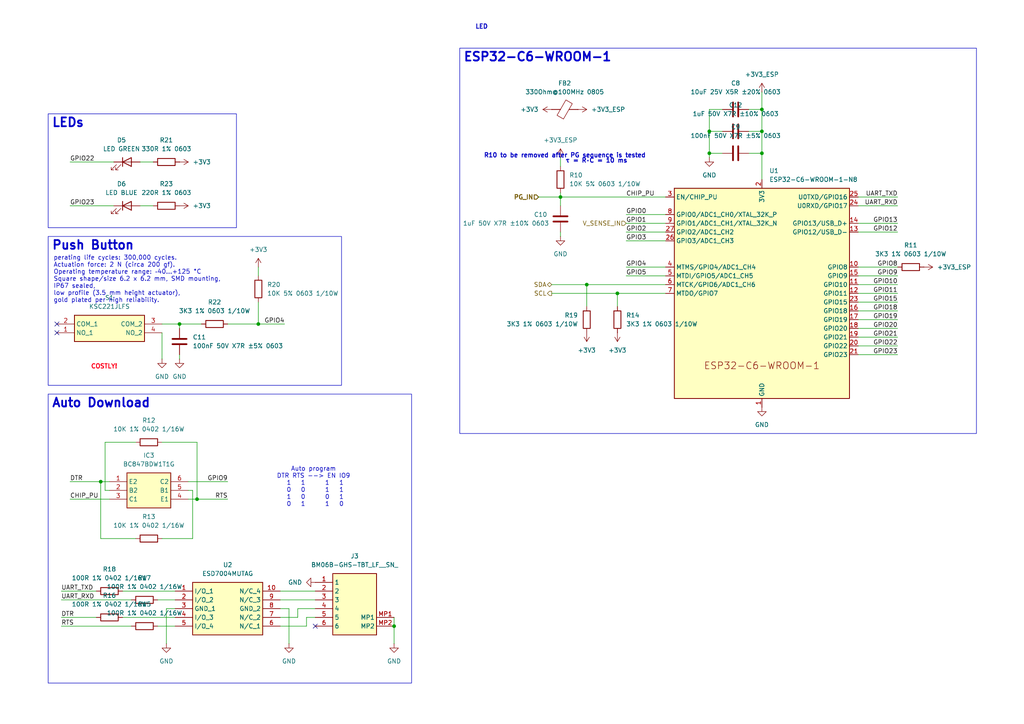
<source format=kicad_sch>
(kicad_sch (version 20250114) (generator "eeschema") (generator_version "9.0")
  (paper "A4")
  (lib_symbols
    (symbol "Device:C" (pin_numbers (hide yes)) (pin_names (offset 0.254))
      (property "Reference" "C" (at 0.635 2.54 0))
      (property "Value" "C" (at 0.635 -2.54 0))
      (symbol "C_0_1"
        (polyline (pts (xy -2.032 0.762) (xy 2.032 0.762)) (stroke (width 0.508)))
        (polyline (pts (xy -2.032 -0.762) (xy 2.032 -0.762)) (stroke (width 0.508)))
      )
      (symbol "C_1_1"
        (pin passive line (at 0 3.81 270) (length 2.794) (name "~") (number "1"))
        (pin passive line (at 0 -3.81 90) (length 2.794) (name "~") (number "2"))
      )
    )
    (symbol "Device:FerriteBead" (pin_numbers (hide yes)) (pin_names (offset 0))
      (property "Reference" "FB" (at -3.81 0.635 90))
      (property "Value" "FerriteBead" (at 3.81 0 90))
      (symbol "FerriteBead_0_1"
        (polyline (pts (xy -2.7686 0.4064) (xy -1.7018 2.2606) (xy 2.7686 -0.3048) (xy 1.6764 -2.159) (xy -2.7686 0.4064)))
        (polyline (pts (xy 0 1.27) (xy 0 1.2954)))
        (polyline (pts (xy 0 -1.27) (xy 0 -1.2192)))
      )
      (symbol "FerriteBead_1_1"
        (pin passive line (at 0 3.81 270) (length 2.54) (name "~") (number "1"))
        (pin passive line (at 0 -3.81 90) (length 2.54) (name "~") (number "2"))
      )
    )
    (symbol "Device:LED" (pin_numbers (hide yes)) (pin_names (offset 1.016) (hide yes))
      (property "Reference" "D" (at 0 2.54 0))
      (property "Value" "LED" (at 0 -2.54 0))
      (symbol "LED_0_1"
        (polyline (pts (xy -3.048 -0.762) (xy -4.572 -2.286) (xy -3.81 -2.286) (xy -4.572 -2.286) (xy -4.572 -1.524)))
        (polyline (pts (xy -1.778 -0.762) (xy -3.302 -2.286) (xy -2.54 -2.286) (xy -3.302 -2.286) (xy -3.302 -1.524)))
        (polyline (pts (xy -1.27 0) (xy 1.27 0)))
        (polyline (pts (xy -1.27 -1.27) (xy -1.27 1.27)) (stroke (width 0.254)))
        (polyline (pts (xy 1.27 -1.27) (xy 1.27 1.27) (xy -1.27 0) (xy 1.27 -1.27)) (stroke (width 0.254)))
      )
      (symbol "LED_1_1"
        (pin passive line (at -3.81 0 0) (length 2.54) (name "K") (number "1"))
        (pin passive line (at 3.81 0 180) (length 2.54) (name "A") (number "2"))
      )
    )
    (symbol "Device:R" (pin_numbers (hide yes)) (pin_names (offset 0))
      (property "Reference" "R" (at 2.032 0 90))
      (property "Value" "R" (at 0 0 90))
      (symbol "R_0_1"
        (rectangle (start -1.016 -2.54) (end 1.016 2.54) (stroke (width 0.254)))
      )
      (symbol "R_1_1"
        (pin passive line (at 0 3.81 270) (length 1.27) (name "~") (number "1"))
        (pin passive line (at 0 -3.81 90) (length 1.27) (name "~") (number "2"))
      )
    )
    (symbol "PCM_Espressif:ESP32-C6-WROOM-1"
      (property "Reference" "U" (at -25.4 35.56 0))
      (property "Value" "ESP32-C6-WROOM-1" (at -25.4 33.02 0))
      (symbol "ESP32-C6-WROOM-1_0_0"
        (text "ESP32-C6-WROOM-1" (at 0 -20.955 0) (effects (font (size 2 2))))
      )
      (symbol "ESP32-C6-WROOM-1_0_1"
        (rectangle (start -25.4 30.48) (end 25.4 -30.48) (stroke (width 0.254)) (fill (type background)))
      )
      (symbol "ESP32-C6-WROOM-1_1_1"
        (pin input line (at -27.94 27.94 0) (length 2.54) (name "EN/CHIP_PU") (number "3"))
        (pin bidirectional line (at -27.94 22.86 0) (length 2.54) (name "GPIO0/ADC1_CH0/XTAL_32K_P") (number "8"))
        (pin bidirectional line (at -27.94 20.32 0) (length 2.54) (name "GPIO1/ADC1_CH1/XTAL_32K_N") (number "9"))
        (pin bidirectional line (at -27.94 17.78 0) (length 2.54) (name "GPIO2/ADC1_CH2") (number "27"))
        (pin bidirectional line (at -27.94 15.24 0) (length 2.54) (name "GPIO3/ADC1_CH3") (number "26"))
        (pin bidirectional line (at -27.94 7.62 0) (length 2.54) (name "MTMS/GPIO4/ADC1_CH4") (number "4"))
        (pin bidirectional line (at -27.94 5.08 0) (length 2.54) (name "MTDI/GPIO5/ADC1_CH5") (number "5"))
        (pin bidirectional line (at -27.94 2.54 0) (length 2.54) (name "MTCK/GPIO6/ADC1_CH6") (number "6"))
        (pin bidirectional line (at -27.94 0 0) (length 2.54) (name "MTDO/GPIO7") (number "7"))
        (pin no_connect line (at -25.4 -12.7 0) (length 2.54) (hide yes) (name "NC") (number "22"))
        (pin power_in line (at 0 33.02 270) (length 2.54) (name "3V3") (number "2"))
        (pin power_in line (at 0 -33.02 90) (length 2.54) (name "GND") (number "1"))
        (pin passive line (at 0 -33.02 90) (length 2.54) (hide yes) (name "GND") (number "28"))
        (pin passive line (at 0 -33.02 90) (length 2.54) (hide yes) (name "GND") (number "29"))
        (pin bidirectional line (at 27.94 27.94 180) (length 2.54) (name "U0TXD/GPIO16") (number "25"))
        (pin bidirectional line (at 27.94 25.4 180) (length 2.54) (name "U0RXD/GPIO17") (number "24"))
        (pin bidirectional line (at 27.94 20.32 180) (length 2.54) (name "GPIO13/USB_D+") (number "14"))
        (pin bidirectional line (at 27.94 17.78 180) (length 2.54) (name "GPIO12/USB_D-") (number "13"))
        (pin bidirectional line (at 27.94 7.62 180) (length 2.54) (name "GPIO8") (number "10"))
        (pin bidirectional line (at 27.94 5.08 180) (length 2.54) (name "GPIO9") (number "15"))
        (pin bidirectional line (at 27.94 2.54 180) (length 2.54) (name "GPIO10") (number "11"))
        (pin bidirectional line (at 27.94 0 180) (length 2.54) (name "GPIO11") (number "12"))
        (pin bidirectional line (at 27.94 -2.54 180) (length 2.54) (name "GPIO15") (number "23"))
        (pin bidirectional line (at 27.94 -5.08 180) (length 2.54) (name "GPIO18") (number "16"))
        (pin bidirectional line (at 27.94 -7.62 180) (length 2.54) (name "GPIO19") (number "17"))
        (pin bidirectional line (at 27.94 -10.16 180) (length 2.54) (name "GPIO20") (number "18"))
        (pin bidirectional line (at 27.94 -12.7 180) (length 2.54) (name "GPIO21") (number "19"))
        (pin bidirectional line (at 27.94 -15.24 180) (length 2.54) (name "GPIO22") (number "20"))
        (pin bidirectional line (at 27.94 -17.78 180) (length 2.54) (name "GPIO23") (number "21"))
      )
    )
    (symbol "SamacSys_Parts:BC847BDW1T1G"
      (property "Reference" "IC" (at 19.05 7.62 0))
      (property "Value" "BC847BDW1T1G" (at 19.05 5.08 0))
      (symbol "BC847BDW1T1G_1_1"
        (rectangle (start 5.08 2.54) (end 17.78 -7.62) (stroke (width 0.254)) (fill (type background)))
        (pin passive line (at 0 0 0) (length 5.08) (name "E2") (number "1"))
        (pin passive line (at 0 -2.54 0) (length 5.08) (name "B2") (number "2"))
        (pin passive line (at 0 -5.08 0) (length 5.08) (name "C1") (number "3"))
        (pin passive line (at 22.86 0 180) (length 5.08) (name "C2") (number "6"))
        (pin passive line (at 22.86 -2.54 180) (length 5.08) (name "B1") (number "5"))
        (pin passive line (at 22.86 -5.08 180) (length 5.08) (name "E1") (number "4"))
      )
    )
    (symbol "SamacSys_Parts:BM06B-GHS-TBT_LF__SN_"
      (property "Reference" "J" (at 19.05 7.62 0))
      (property "Value" "BM06B-GHS-TBT_LF__SN_" (at 19.05 5.08 0))
      (symbol "BM06B-GHS-TBT_LF__SN__1_1"
        (rectangle (start 5.08 2.54) (end 17.78 -15.24) (stroke (width 0.254)) (fill (type background)))
        (pin passive line (at 0 0 0) (length 5.08) (name "MP2") (number "MP2"))
        (pin passive line (at 0 -2.54 0) (length 5.08) (name "MP1") (number "MP1"))
        (pin passive line (at 22.86 0 180) (length 5.08) (name "6") (number "6"))
        (pin passive line (at 22.86 -2.54 180) (length 5.08) (name "5") (number "5"))
        (pin passive line (at 22.86 -5.08 180) (length 5.08) (name "4") (number "4"))
        (pin passive line (at 22.86 -7.62 180) (length 5.08) (name "3") (number "3"))
        (pin passive line (at 22.86 -10.16 180) (length 5.08) (name "2") (number "2"))
        (pin passive line (at 22.86 -12.7 180) (length 5.08) (name "1") (number "1"))
      )
    )
    (symbol "SamacSys_Parts:ESD7004MUTAG"
      (property "Reference" "U" (at 26.67 7.62 0))
      (property "Value" "ESD7004MUTAG" (at 26.67 5.08 0))
      (symbol "ESD7004MUTAG_1_1"
        (rectangle (start 5.08 2.54) (end 25.4 -12.7) (stroke (width 0.254)) (fill (type background)))
        (pin passive line (at 0 0 0) (length 5.08) (name "I/O_1") (number "1"))
        (pin passive line (at 0 -2.54 0) (length 5.08) (name "I/O_2") (number "2"))
        (pin passive line (at 0 -5.08 0) (length 5.08) (name "GND_1") (number "3"))
        (pin passive line (at 0 -7.62 0) (length 5.08) (name "I/O_3") (number "4"))
        (pin passive line (at 0 -10.16 0) (length 5.08) (name "I/O_4") (number "5"))
        (pin passive line (at 30.48 0 180) (length 5.08) (name "N/C_4") (number "10"))
        (pin passive line (at 30.48 -2.54 180) (length 5.08) (name "N/C_3") (number "9"))
        (pin passive line (at 30.48 -5.08 180) (length 5.08) (name "GND_2") (number "8"))
        (pin passive line (at 30.48 -7.62 180) (length 5.08) (name "N/C_2") (number "7"))
        (pin passive line (at 30.48 -10.16 180) (length 5.08) (name "N/C_1") (number "6"))
      )
    )
    (symbol "SamacSys_Parts:KSC221JLFS"
      (property "Reference" "S" (at 26.67 7.62 0))
      (property "Value" "KSC221JLFS" (at 26.67 5.08 0))
      (symbol "KSC221JLFS_1_1"
        (rectangle (start 5.08 2.54) (end 25.4 -5.08) (stroke (width 0.254)) (fill (type background)))
        (pin passive line (at 0 0 0) (length 5.08) (name "NO_1") (number "1"))
        (pin passive line (at 0 -2.54 0) (length 5.08) (name "COM_1") (number "2"))
        (pin passive line (at 30.48 0 180) (length 5.08) (name "NO_2") (number "4"))
        (pin passive line (at 30.48 -2.54 180) (length 5.08) (name "COM_2") (number "3"))
      )
    )
    (symbol "power:+3V3" (power) (pin_numbers (hide yes)) (pin_names (offset 0) (hide yes))
      (property "Value" "+3V3" (at 0 3.556 0))
      (symbol "+3V3_0_1"
        (polyline (pts (xy -0.762 1.27) (xy 0 2.54)))
        (polyline (pts (xy 0 2.54) (xy 0.762 1.27)))
        (polyline (pts (xy 0 0) (xy 0 2.54)))
      )
      (symbol "+3V3_1_1"
        (pin power_in line (at 0 0 90) (length 0) (name "~") (number "1"))
      )
    )
    (symbol "power:GND" (power) (pin_numbers (hide yes)) (pin_names (offset 0) (hide yes))
      (property "Value" "GND" (at 0 -3.81 0))
      (symbol "GND_0_1"
        (polyline (pts (xy 0 0) (xy 0 -1.27) (xy 1.27 -1.27) (xy 0 -2.54) (xy -1.27 -1.27) (xy 0 -1.27)))
      )
      (symbol "GND_1_1"
        (pin power_in line (at 0 0 270) (length 0) (name "~") (number "1"))
      )
    )
  )
  (text "https://documentation.espressif.com/esp32-c6-wroom-1_wroom-1u_datasheet_en.pdf" (at 44.704 -52.832 0) (effects (font (size 1.27 1.27))))
  (text "perating life cycles: 300,000 cycles.\nActuation force: 2 N (circa 200 gf).\nOperating temperature range: –40…+125 °C\nSquare shape/size 6.2 x 6.2 mm, SMD mounting, \nIP67 sealed, \nlow profile (3.5 mm height actuator), \ngold plated per high reliability." (at 15.494 81.026 0) (effects (font (size 1.27 1.27)) (justify left)))
  (text "progtrm pin" (at 10.414 -33.782 0) (effects (font (size 1.27 1.27))))
  (text "LED" (at 139.7 7.874 0) (effects (font (size 1.27 1.27) (thickness 0.254) (bold yes))))
  (text "COSTLY!" (at 30.226 106.426 0) (effects (font (size 1.27 1.27) (thickness 0.254) (bold yes))))
  (text "R10 to be removed after PG sequence is tested" (at 163.83 45.212 0) (effects (font (size 1.27 1.27) (thickness 0.254) (bold yes))))
  (text "PULL UP i2c su ESP" (at 12.192 -27.686 0) (effects (font (size 1.27 1.27))))
  (text "https://dl.espressif.com/dl/schematics/esp32-c6-devkitc-1-pcb-layout_v1.2.pdf" (at 42.672 -44.196 0) (effects (font (size 1.27 1.27))))
  (text "https://dl.espressif.com/dl/schematics/esp32-c6-devkitc-1-schematics_v1.4.pdf" (at 43.18 -47.752 0) (effects (font (size 1.27 1.27))))
  (text "τ = R·C = 10 ms" (at 172.974 46.736 0) (effects (font (size 1.27 1.27) (thickness 0.254) (bold yes))))
  (text "Auto program\nDTR RTS --> EN IO9\n 1   1      1   1\n 0   0      1   1\n 1   0      0   1\n 0   1      1   0" (at 90.932 141.224 0) (effects (font (size 1.27 1.27))))
  (text_box "LEDs" (at 13.97 33.02 0) (size 54.61 33.02) (margins 0.9525 0.9525 0.9525 0.9525) (effects (font (size 2.54 2.54) (thickness 0.508) (bold yes)) (justify left top)))
  (text_box "ESP32-C6-WROOM-1" (at 133.35 13.97 0) (size 149.86 111.76) (margins 0.9525 0.9525 0.9525 0.9525) (effects (font (size 2.54 2.54) (thickness 0.508) (bold yes)) (justify left top)))
  (text_box "Auto Download" (at 13.97 114.3 0) (size 105.41 83.82) (margins 0.9525 0.9525 0.9525 0.9525) (effects (font (size 2.54 2.54) (thickness 0.508) (bold yes)) (justify left top)))
  (text_box "Push Button" (at 13.97 68.58 0) (size 85.09 43.18) (margins 0.9525 0.9525 0.9525 0.9525) (effects (font (size 2.54 2.54) (thickness 0.508) (bold yes)) (justify left top)))
  (junction (at 205.74 38.1))
  (junction (at 170.18 82.55))
  (junction (at 162.56 57.15))
  (junction (at 205.74 44.45))
  (junction (at 74.93 93.98))
  (junction (at 179.07 85.09))
  (junction (at 52.07 93.98))
  (junction (at 220.98 38.1))
  (junction (at 220.98 44.45))
  (junction (at 57.15 144.78))
  (junction (at 114.3 181.61))
  (junction (at 220.98 31.75))
  (junction (at 29.21 139.7))
  (no_connect (at 16.51 93.98))
  (no_connect (at 16.51 96.52))
  (no_connect (at 91.44 181.61))
  (wire (pts (xy 46.99 156.21) (xy 55.88 156.21)))
  (wire (pts (xy 35.56 171.45) (xy 50.8 171.45)))
  (wire (pts (xy 179.07 85.09) (xy 193.04 85.09)))
  (wire (pts (xy 57.15 144.78) (xy 54.61 144.78)))
  (wire (pts (xy 248.92 100.33) (xy 260.35 100.33)))
  (wire (pts (xy 46.99 96.52) (xy 46.99 104.14)))
  (wire (pts (xy 17.78 179.07) (xy 27.94 179.07)))
  (wire (pts (xy 81.28 171.45) (xy 91.44 171.45)))
  (wire (pts (xy 48.26 176.53) (xy 50.8 176.53)))
  (wire (pts (xy 162.56 45.72) (xy 162.56 48.26)))
  (wire (pts (xy 170.18 82.55) (xy 193.04 82.55)))
  (wire (pts (xy 248.92 80.01) (xy 260.35 80.01)))
  (wire (pts (xy 209.55 38.1) (xy 205.74 38.1)))
  (wire (pts (xy 170.18 82.55) (xy 170.18 88.9)))
  (wire (pts (xy 205.74 44.45) (xy 205.74 38.1)))
  (wire (pts (xy 88.9 179.07) (xy 88.9 181.61)))
  (wire (pts (xy 40.64 46.99) (xy 44.45 46.99)))
  (wire (pts (xy 181.61 80.01) (xy 193.04 80.01)))
  (wire (pts (xy 248.92 59.69) (xy 260.35 59.69)))
  (wire (pts (xy 248.92 82.55) (xy 260.35 82.55)))
  (wire (pts (xy 162.56 67.31) (xy 162.56 68.58)))
  (wire (pts (xy 160.02 85.09) (xy 179.07 85.09)))
  (wire (pts (xy 17.78 173.99) (xy 38.1 173.99)))
  (wire (pts (xy 181.61 64.77) (xy 193.04 64.77)))
  (wire (pts (xy 52.07 95.25) (xy 52.07 93.98)))
  (wire (pts (xy 248.92 85.09) (xy 260.35 85.09)))
  (wire (pts (xy 55.88 142.24) (xy 55.88 156.21)))
  (wire (pts (xy 162.56 55.88) (xy 162.56 57.15)))
  (wire (pts (xy 248.92 97.79) (xy 260.35 97.79)))
  (wire (pts (xy 57.15 128.27) (xy 57.15 144.78)))
  (wire (pts (xy 35.56 179.07) (xy 50.8 179.07)))
  (wire (pts (xy 220.98 44.45) (xy 217.17 44.45)))
  (wire (pts (xy 156.21 57.15) (xy 162.56 57.15)))
  (wire (pts (xy 81.28 179.07) (xy 86.36 179.07)))
  (wire (pts (xy 248.92 57.15) (xy 260.35 57.15)))
  (wire (pts (xy 205.74 45.72) (xy 205.74 44.45)))
  (wire (pts (xy 81.28 176.53) (xy 83.82 176.53)))
  (wire (pts (xy 220.98 26.67) (xy 220.98 31.75)))
  (wire (pts (xy 248.92 95.25) (xy 260.35 95.25)))
  (wire (pts (xy 248.92 102.87) (xy 260.35 102.87)))
  (wire (pts (xy 52.07 102.87) (xy 52.07 104.14)))
  (wire (pts (xy 181.61 69.85) (xy 193.04 69.85)))
  (wire (pts (xy 181.61 62.23) (xy 193.04 62.23)))
  (wire (pts (xy 46.99 93.98) (xy 52.07 93.98)))
  (wire (pts (xy 217.17 31.75) (xy 220.98 31.75)))
  (wire (pts (xy 66.04 139.7) (xy 54.61 139.7)))
  (wire (pts (xy 45.72 181.61) (xy 50.8 181.61)))
  (wire (pts (xy 83.82 176.53) (xy 83.82 186.69)))
  (wire (pts (xy 30.48 128.27) (xy 39.37 128.27)))
  (wire (pts (xy 81.28 181.61) (xy 88.9 181.61)))
  (wire (pts (xy 20.32 46.99) (xy 33.02 46.99)))
  (wire (pts (xy 220.98 44.45) (xy 220.98 52.07)))
  (wire (pts (xy 220.98 31.75) (xy 220.98 38.1)))
  (wire (pts (xy 52.07 93.98) (xy 58.42 93.98)))
  (wire (pts (xy 86.36 176.53) (xy 86.36 179.07)))
  (wire (pts (xy 48.26 186.69) (xy 48.26 176.53)))
  (wire (pts (xy 40.64 59.69) (xy 44.45 59.69)))
  (wire (pts (xy 181.61 77.47) (xy 193.04 77.47)))
  (wire (pts (xy 162.56 57.15) (xy 193.04 57.15)))
  (wire (pts (xy 29.21 156.21) (xy 39.37 156.21)))
  (wire (pts (xy 248.92 67.31) (xy 260.35 67.31)))
  (wire (pts (xy 160.02 82.55) (xy 170.18 82.55)))
  (wire (pts (xy 17.78 171.45) (xy 27.94 171.45)))
  (wire (pts (xy 205.74 31.75) (xy 209.55 31.75)))
  (wire (pts (xy 220.98 38.1) (xy 220.98 44.45)))
  (wire (pts (xy 248.92 77.47) (xy 260.35 77.47)))
  (wire (pts (xy 114.3 181.61) (xy 114.3 186.69)))
  (wire (pts (xy 248.92 90.17) (xy 260.35 90.17)))
  (wire (pts (xy 248.92 64.77) (xy 260.35 64.77)))
  (wire (pts (xy 74.93 77.47) (xy 74.93 80.01)))
  (wire (pts (xy 86.36 176.53) (xy 91.44 176.53)))
  (wire (pts (xy 74.93 93.98) (xy 74.93 87.63)))
  (wire (pts (xy 20.32 139.7) (xy 29.21 139.7)))
  (wire (pts (xy 248.92 87.63) (xy 260.35 87.63)))
  (wire (pts (xy 20.32 59.69) (xy 33.02 59.69)))
  (wire (pts (xy 81.28 173.99) (xy 91.44 173.99)))
  (wire (pts (xy 220.98 38.1) (xy 217.17 38.1)))
  (wire (pts (xy 20.32 144.78) (xy 31.75 144.78)))
  (wire (pts (xy 45.72 173.99) (xy 50.8 173.99)))
  (wire (pts (xy 88.9 179.07) (xy 91.44 179.07)))
  (wire (pts (xy 114.3 179.07) (xy 114.3 181.61)))
  (wire (pts (xy 205.74 44.45) (xy 209.55 44.45)))
  (wire (pts (xy 162.56 57.15) (xy 162.56 59.69)))
  (wire (pts (xy 29.21 139.7) (xy 31.75 139.7)))
  (wire (pts (xy 82.55 93.98) (xy 74.93 93.98)))
  (wire (pts (xy 54.61 142.24) (xy 55.88 142.24)))
  (wire (pts (xy 248.92 92.71) (xy 260.35 92.71)))
  (wire (pts (xy 66.04 144.78) (xy 57.15 144.78)))
  (wire (pts (xy 46.99 128.27) (xy 57.15 128.27)))
  (wire (pts (xy 181.61 67.31) (xy 193.04 67.31)))
  (wire (pts (xy 31.75 142.24) (xy 30.48 142.24)))
  (wire (pts (xy 74.93 93.98) (xy 66.04 93.98)))
  (wire (pts (xy 29.21 156.21) (xy 29.21 139.7)))
  (wire (pts (xy 205.74 38.1) (xy 205.74 31.75)))
  (wire (pts (xy 17.78 181.61) (xy 38.1 181.61)))
  (wire (pts (xy 179.07 88.9) (xy 179.07 85.09)))
  (wire (pts (xy 30.48 142.24) (xy 30.48 128.27)))
  (label "UART_RXD" (at 260.35 59.69 180))
  (label "UART_TXD" (at 17.78 171.45 0))
  (label "GPIO0" (at 181.61 62.23 0))
  (label "GPIO22" (at 260.35 100.33 180))
  (label "GPIO13" (at 260.35 64.77 180))
  (label "GPIO9" (at 260.35 80.01 180))
  (label "GPIO9" (at 66.04 139.7 180))
  (label "DTR" (at 20.32 139.7 0))
  (label "CHIP_PU" (at 20.32 144.78 0))
  (label "GPIO5" (at 181.61 80.01 0))
  (label "DTR" (at 17.78 179.07 0))
  (label "UART_TXD" (at 260.35 57.15 180))
  (label "GPIO8" (at 260.35 77.47 180))
  (label "GPIO10" (at 260.35 82.55 180))
  (label "GPIO4" (at 181.61 77.47 0))
  (label "GPIO23" (at 20.32 59.69 0))
  (label "GPIO11" (at 260.35 85.09 180))
  (label "GPIO18" (at 260.35 90.17 180))
  (label "RTS" (at 17.78 181.61 0))
  (label "GPIO3" (at 181.61 69.85 0))
  (label "GPIO12" (at 260.35 67.31 180))
  (label "GPIO23" (at 260.35 102.87 180))
  (label "RTS" (at 66.04 144.78 180))
  (label "GPIO22" (at 20.32 46.99 0))
  (label "GPIO21" (at 260.35 97.79 180))
  (label "GPIO19" (at 260.35 92.71 180))
  (label "CHIP_PU" (at 181.61 57.15 0))
  (label "UART_RXD" (at 17.78 173.99 0))
  (label "GPIO20" (at 260.35 95.25 180))
  (label "GPIO1" (at 181.61 64.77 0))
  (label "GPIO4" (at 82.55 93.98 180))
  (label "GPIO2" (at 181.61 67.31 0))
  (label "GPIO15" (at 260.35 87.63 180))
  (hierarchical_label "V_SENSE_IN" (shape input) (at 181.61 64.77 180))
  (hierarchical_label "SDA" (shape bidirectional) (at 160.02 82.55 180))
  (hierarchical_label "PG_IN" (shape input) (at 156.21 57.15 180) (effects (font (thickness 0.254) (bold yes))))
  (hierarchical_label "SCL" (shape output) (at 160.02 85.09 180))
  (symbol (lib_id "power:GND") (at 52.07 104.14 0) (unit 1)
    (property "Reference" "#PWR039" (effects (hide yes)))
    (property "Value" "GND" (at 52.07 109.22 0))
    (property "Description" "Power symbol creates a global label with name \"GND\" , ground" (effects (hide yes)))
  )
  (symbol (lib_id "Device:R") (at 48.26 46.99 90) (unit 1)
    (property "Reference" "R21" (at 48.26 40.64 90))
    (property "Value" "330R 1% 0603" (at 48.26 43.18 90))
    (property "Footprint" "Resistor_SMD:R_0603_1608Metric_Pad0.98x0.95mm_HandSolder" (effects (hide yes)))
    (property "Description" "Resistor" (effects (hide yes)))
    (property "MPN" "RC0603FR-07330RL" (effects (hide yes)))
    (property "Manufacturer" "YAGEO" (effects (hide yes)))
  )
  (symbol (lib_id "SamacSys_Parts:KSC221JLFS") (at 16.51 96.52 0) (mirror x) (unit 1)
    (property "Reference" "S1" (at 31.75 86.36 0))
    (property "Value" "KSC221JLFS" (at 31.75 88.9 0))
    (property "Footprint" "SamacSys_Parts:KSC221JLFS" (effects (hide yes)))
    (property "Datasheet" "https://www.ckswitches.com/media/1968/ksc2.pdf" (effects (hide yes)))
    (property "Description" "SEALED TACT SWITCH FOR SMT" (effects (hide yes)))
    (property "Height" "3.5" (effects (hide yes)))
    (property "Manufacturer_Name" "LITTELFUSE" (effects (hide yes)))
    (property "Manufacturer_Part_Number" "KSC221JLFS" (effects (hide yes)))
  )
  (symbol (lib_id "Device:R") (at 41.91 173.99 90) (unit 1)
    (property "Reference" "R17" (at 41.91 167.64 90))
    (property "Value" "100R 1% 0402 1/16W" (at 41.91 170.18 90))
    (property "Footprint" "Resistor_SMD:R_0402_1005Metric_Pad0.72x0.64mm_HandSolder" (effects (hide yes)))
    (property "Description" "Resistor" (effects (hide yes)))
    (property "MPN" "RC0402FR-07100RL " (effects (hide yes)))
    (property "Manufacturer" "YAGEO" (effects (hide yes)))
  )
  (symbol (lib_id "PCM_Espressif:ESP32-C6-WROOM-1") (at 220.98 85.09 0) (unit 1)
    (property "Reference" "U1" (at 223.1233 49.53 0) (effects (justify left)))
    (property "Value" "ESP32-C6-WROOM-1-N8" (at 223.1233 52.07 0) (effects (justify left)))
    (property "Footprint" "PCM_Espressif:ESP32-C6-WROOM-1" (effects (hide yes)))
    (property "Datasheet" "https://www.espressif.com/sites/default/files/documentation/esp32-c6-wroom-1_wroom-1u_datasheet_en.pdf" (effects (hide yes)))
    (property "Description" "ESP32-C6-WROOM-1/U is a module that supports 2.4 GHz Wi-Fi 6 (802.11 ax), Bluetooth® 5 (LE), Zigbee and Thread (802.15.4)" (effects (hide yes)))
  )
  (symbol (lib_id "Device:R") (at 62.23 93.98 270) (unit 1)
    (property "Reference" "R22" (at 62.23 87.63 90))
    (property "Value" "3K3 1% 0603 1/10W" (at 62.23 90.17 90))
    (property "Footprint" "Resistor_SMD:R_0603_1608Metric_Pad0.98x0.95mm_HandSolder" (effects (hide yes)))
    (property "Description" "Resistor" (effects (hide yes)))
    (property "MPN" "RC0603FR-073K3L " (effects (hide yes)))
    (property "Manifacturer" "YAGEO" (effects (hide yes)))
  )
  (symbol (lib_id "power:GND") (at 91.44 168.91 270) (unit 1)
    (property "Reference" "#PWR033" (effects (hide yes)))
    (property "Value" "GND" (at 87.63 168.9099 90) (effects (justify right)))
    (property "Description" "Power symbol creates a global label with name \"GND\" , ground" (effects (hide yes)))
  )
  (symbol (lib_id "Device:R") (at 74.93 83.82 180) (unit 1)
    (property "Reference" "R20" (at 77.47 82.5499 0) (effects (justify right)))
    (property "Value" "10K 5% 0603 1/10W" (at 77.47 85.0899 0) (effects (justify right)))
    (property "Footprint" "Resistor_SMD:R_0603_1608Metric_Pad0.98x0.95mm_HandSolder" (effects (hide yes)))
    (property "Description" "Resistor" (effects (hide yes)))
    (property "MPN" "RC0603JR-0710KL" (effects (hide yes)))
    (property "Manifacturer" "YAGEO" (effects (hide yes)))
  )
  (symbol (lib_id "Device:R") (at 43.18 128.27 90) (unit 1)
    (property "Reference" "R12" (at 43.18 121.92 90))
    (property "Value" "10K 1% 0402 1/16W" (at 43.18 124.46 90))
    (property "Footprint" "Resistor_SMD:R_0402_1005Metric_Pad0.72x0.64mm_HandSolder" (effects (hide yes)))
    (property "Description" "Resistor" (effects (hide yes)))
    (property "MPN" "RC0402FR-0710KL" (effects (hide yes)))
    (property "Manufacturer" "YAGEO" (effects (hide yes)))
  )
  (symbol (lib_id "Device:FerriteBead") (at 163.83 31.75 90) (unit 1)
    (property "Reference" "FB2" (at 163.7792 24.13 90))
    (property "Value" "330Ohm@100MHz 0805" (at 163.7792 26.67 90))
    (property "Footprint" "SamacSys_Parts:INDC2012X105N" (effects (hide yes)))
    (property "Description" "Ferrite bead" (effects (hide yes)))
    (property "MPN" "MPZ2012S331AT000" (effects (hide yes)))
    (property "Manifacturer" "TDK" (effects (hide yes)))
  )
  (symbol (lib_id "SamacSys_Parts:ESD7004MUTAG") (at 50.8 171.45 0) (unit 1)
    (property "Reference" "U2" (at 66.04 163.83 0))
    (property "Value" "ESD7004MUTAG" (at 66.04 166.37 0))
    (property "Footprint" "SamacSys_Parts:UDFN10_CASE_517BB" (effects (hide yes)))
    (property "Datasheet" "https://www.onsemi.com/pub/Collateral/ESD7004-D.PDF" (effects (hide yes)))
    (property "Description" "Low Capacitance (0.2 pF Typical, I/O to I/O); Protection for the Following IEC Standards: IEC 61000-4-2 (+/-15 kV Contact); UL Flammability Rating of 94 V0; This is a Pb-Free Device; Low ESD Clamping Voltage" (effects (hide yes)))
    (property "Manufacturer_Name" "onsemi" (effects (hide yes)))
    (property "Manufacturer_Part_Number" "ESD7004MUTAG" (effects (hide yes)))
    (property "Mouser Part Number" "863-ESD7004MUTAG" (effects (hide yes)))
    (property "Mouser Price/Stock" "https://www.mouser.co.uk/ProductDetail/onsemi/ESD7004MUTAG?qs=uSWsySAm7xTESuaYt1MNNQ%3D%3D" (effects (hide yes)))
    (property "Arrow Part Number" "ESD7004MUTAG" (effects (hide yes)))
    (property "Arrow Price/Stock" "https://www.arrow.com/en/products/esd7004mutag/on-semiconductor?region=nac" (effects (hide yes)))
  )
  (symbol (lib_id "SamacSys_Parts:BM06B-GHS-TBT_LF__SN_") (at 114.3 181.61 180) (unit 1)
    (property "Reference" "J3" (at 102.87 161.29 0))
    (property "Value" "BM06B-GHS-TBT_LF__SN_" (at 102.87 163.83 0))
    (property "Footprint" "SamacSys_Parts:BM06BGHSTBTLFSN" (effects (hide yes)))
    (property "Datasheet" "https://datasheet.lcsc.com/szlcsc/2004111131_JST-Sales-America-BM06B-GHS-TBT-LF-SN_C495534.pdf" (effects (hide yes)))
    (property "Description" "BM06B Series 6 Position 1.25 mm Pitch Surface Mount Top Entry Shrouded Header" (effects (hide yes)))
    (property "Height" "4.05" (effects (hide yes)))
    (property "Manufacturer_Name" "JST (JAPAN SOLDERLESS TERMINALS)" (effects (hide yes)))
    (property "Manufacturer_Part_Number" "BM06B-GHS-TBT(LF)(SN)" (effects (hide yes)))
    (property "Mouser Part Number" "306-BM06BGHSTBTLFSNN" (effects (hide yes)))
    (property "Mouser Price/Stock" "https://www.mouser.co.uk/ProductDetail/JST-Commercial/BM06B-GHS-TBTLFSN?qs=cdbOS8ANM9CObKjnhD04mw%3D%3D" (effects (hide yes)))
  )
  (symbol (lib_id "Device:C") (at 213.36 38.1 90) (unit 1)
    (property "Reference" "C12" (at 213.36 30.48 90))
    (property "Value" "1uF 50V X7R ±10% 0603" (at 213.36 33.02 90))
    (property "Footprint" "Capacitor_SMD:C_0603_1608Metric_Pad1.08x0.95mm_HandSolder" (effects (hide yes)))
    (property "Description" "Unpolarized capacitor" (effects (hide yes)))
    (property "MPN" "CC0603KRX7R9BB105" (effects (hide yes)))
    (property "Manifacturer" "YAGEO" (effects (hide yes)))
  )
  (symbol (lib_id "Device:C") (at 52.07 99.06 0) (unit 1)
    (property "Reference" "C11" (at 55.88 97.7899 0) (effects (justify left)))
    (property "Value" "100nF 50V X7R ±5% 0603" (at 55.88 100.3299 0) (effects (justify left)))
    (property "Footprint" "Capacitor_SMD:C_0603_1608Metric_Pad1.08x0.95mm_HandSolder" (effects (hide yes)))
    (property "Description" "Unpolarized capacitor" (effects (hide yes)))
    (property "MPN" "CC0603JRX7R9BB104" (effects (hide yes)))
    (property "Manifacturer" "YAGEO" (effects (hide yes)))
  )
  (symbol (lib_id "Device:R") (at 179.07 92.71 180) (unit 1)
    (property "Reference" "R14" (at 181.61 91.4399 0) (effects (justify right)))
    (property "Value" "3K3 1% 0603 1/10W" (at 181.61 93.9799 0) (effects (justify right)))
    (property "Footprint" "Resistor_SMD:R_0603_1608Metric_Pad0.98x0.95mm_HandSolder" (effects (hide yes)))
    (property "Description" "Resistor" (effects (hide yes)))
    (property "MPN" "RC0603FR-073K3L " (effects (hide yes)))
    (property "Manifacturer" "YAGEO" (effects (hide yes)))
  )
  (symbol (lib_id "power:+3V3") (at 162.56 45.72 0) (unit 1)
    (property "Reference" "#PWR029" (effects (hide yes)))
    (property "Value" "+3V3_ESP" (at 162.56 40.64 0))
    (property "Description" "Power symbol creates a global label with name \"+3V3\"" (effects (hide yes)))
  )
  (symbol (lib_id "power:GND") (at 83.82 186.69 0) (unit 1)
    (property "Reference" "#PWR034" (effects (hide yes)))
    (property "Value" "GND" (at 83.82 191.77 0))
    (property "Description" "Power symbol creates a global label with name \"GND\" , ground" (effects (hide yes)))
  )
  (symbol (lib_id "power:GND") (at 46.99 104.14 0) (unit 1)
    (property "Reference" "#PWR040" (effects (hide yes)))
    (property "Value" "GND" (at 46.99 109.22 0))
    (property "Description" "Power symbol creates a global label with name \"GND\" , ground" (effects (hide yes)))
  )
  (symbol (lib_id "Device:R") (at 31.75 179.07 90) (unit 1)
    (property "Reference" "R16" (at 31.75 172.72 90))
    (property "Value" "100R 1% 0402 1/16W" (at 31.75 175.26 90))
    (property "Footprint" "Resistor_SMD:R_0402_1005Metric_Pad0.72x0.64mm_HandSolder" (effects (hide yes)))
    (property "Description" "Resistor" (effects (hide yes)))
    (property "MPN" "RC0402FR-07100RL " (effects (hide yes)))
    (property "Manufacturer" "YAGEO" (effects (hide yes)))
  )
  (symbol (lib_id "Device:R") (at 48.26 59.69 90) (unit 1)
    (property "Reference" "R23" (at 48.26 53.34 90))
    (property "Value" "220R 1% 0603" (at 48.26 55.88 90))
    (property "Footprint" "Resistor_SMD:R_0603_1608Metric_Pad0.98x0.95mm_HandSolder" (effects (hide yes)))
    (property "Description" "Resistor" (effects (hide yes)))
    (property "MPN" "RC0603FR-07220RL" (effects (hide yes)))
    (property "Manufacturer" "YAGEO" (effects (hide yes)))
  )
  (symbol (lib_id "Device:R") (at 31.75 171.45 90) (unit 1)
    (property "Reference" "R18" (at 31.75 165.1 90))
    (property "Value" "100R 1% 0402 1/16W" (at 31.75 167.64 90))
    (property "Footprint" "Resistor_SMD:R_0402_1005Metric_Pad0.72x0.64mm_HandSolder" (effects (hide yes)))
    (property "Description" "Resistor" (effects (hide yes)))
    (property "MPN" "RC0402FR-07100RL " (effects (hide yes)))
    (property "Manufacturer" "YAGEO" (effects (hide yes)))
  )
  (symbol (lib_id "power:+3V3") (at 170.18 96.52 180) (unit 1)
    (property "Reference" "#PWR037" (effects (hide yes)))
    (property "Value" "+3V3" (at 170.18 101.6 0))
    (property "Description" "Power symbol creates a global label with name \"+3V3\"" (effects (hide yes)))
  )
  (symbol (lib_id "power:GND") (at 162.56 68.58 0) (unit 1)
    (property "Reference" "#PWR028" (effects (hide yes)))
    (property "Value" "GND" (at 162.56 73.66 0))
    (property "Description" "Power symbol creates a global label with name \"GND\" , ground" (effects (hide yes)))
  )
  (symbol (lib_id "power:+3V3") (at 179.07 96.52 180) (unit 1)
    (property "Reference" "#PWR036" (effects (hide yes)))
    (property "Value" "+3V3" (at 179.07 101.6 0))
    (property "Description" "Power symbol creates a global label with name \"+3V3\"" (effects (hide yes)))
  )
  (symbol (lib_id "Device:C") (at 213.36 44.45 270) (unit 1)
    (property "Reference" "C9" (at 213.36 36.83 90))
    (property "Value" "100nF 50V X7R ±5% 0603" (at 213.36 39.37 90))
    (property "Footprint" "Capacitor_SMD:C_0603_1608Metric_Pad1.08x0.95mm_HandSolder" (effects (hide yes)))
    (property "Description" "Unpolarized capacitor" (effects (hide yes)))
    (property "MPN" "CC0603JRX7R9BB104" (effects (hide yes)))
    (property "Manifacturer" "YAGEO" (effects (hide yes)))
  )
  (symbol (lib_id "Device:R") (at 264.16 77.47 270) (unit 1)
    (property "Reference" "R11" (at 264.16 71.12 90))
    (property "Value" "3K3 1% 0603 1/10W" (at 264.16 73.66 90))
    (property "Footprint" "Resistor_SMD:R_0603_1608Metric_Pad0.98x0.95mm_HandSolder" (effects (hide yes)))
    (property "Description" "Resistor" (effects (hide yes)))
    (property "MPN" "RC0603FR-073K3L " (effects (hide yes)))
    (property "Manifacturer" "YAGEO" (effects (hide yes)))
  )
  (symbol (lib_id "Device:R") (at 43.18 156.21 90) (unit 1)
    (property "Reference" "R13" (at 43.18 149.86 90))
    (property "Value" "10K 1% 0402 1/16W" (at 43.18 152.4 90))
    (property "Footprint" "Resistor_SMD:R_0402_1005Metric_Pad0.72x0.64mm_HandSolder" (effects (hide yes)))
    (property "Description" "Resistor" (effects (hide yes)))
    (property "MPN" "RC0402FR-0710KL" (effects (hide yes)))
    (property "Manufacturer" "YAGEO" (effects (hide yes)))
  )
  (symbol (lib_id "SamacSys_Parts:BC847BDW1T1G") (at 31.75 139.7 0) (unit 1)
    (property "Reference" "IC3" (at 43.18 132.08 0))
    (property "Value" "BC847BDW1T1G" (at 43.18 134.62 0))
    (property "Footprint" "SamacSys_Parts:SOT65P210X110-6N" (effects (hide yes)))
    (property "Datasheet" "https://www.onsemi.com/pub/Collateral/BC846BDW1T1-D.PDF" (effects (hide yes)))
    (property "Description" "Device Marking: BC846BDW1T1 = 1B BC847BDW1T1 = 1F BC847CDW1T1 = 1G BC848BDW1T1 = 1K BC848CDW1T1 = 1L; These Devices are Pb-Free, Halogen Free/BFR Free and are RoHS Compliant; S and NSV Prefix for Automotive and Other Applications Requiring Unique Site and Control Change Requirements; AECQ101 Qualified and PPAP Capable" (effects (hide yes)))
    (property "Height" "1.1" (effects (hide yes)))
    (property "Manufacturer_Name" "onsemi" (effects (hide yes)))
    (property "Manufacturer_Part_Number" "BC847BDW1T1G" (effects (hide yes)))
    (property "Mouser Part Number" "863-BC847BDW1T1G" (effects (hide yes)))
    (property "Mouser Price/Stock" "https://www.mouser.co.uk/ProductDetail/onsemi/BC847BDW1T1G?qs=vNc2DXHODiJIIkxW3oEo4A%3D%3D" (effects (hide yes)))
    (property "Arrow Part Number" "BC847BDW1T1G" (effects (hide yes)))
    (property "Arrow Price/Stock" "https://www.arrow.com/en/products/bc847bdw1t1g/on-semiconductor?utm_currency=USD&region=nac" (effects (hide yes)))
  )
  (symbol (lib_id "Device:C") (at 162.56 63.5 180) (unit 1)
    (property "Reference" "C10" (at 158.75 62.2299 0) (effects (justify left)))
    (property "Value" "1uF 50V X7R ±10% 0603" (at 159.258 64.77 0) (effects (justify left)))
    (property "Footprint" "Capacitor_SMD:C_0603_1608Metric_Pad1.08x0.95mm_HandSolder" (effects (hide yes)))
    (property "Description" "Unpolarized capacitor" (effects (hide yes)))
    (property "MPN" "CC0603KRX7R9BB105" (effects (hide yes)))
    (property "Manifacturer" "YAGEO" (effects (hide yes)))
  )
  (symbol (lib_id "Device:R") (at 170.18 92.71 180) (unit 1)
    (property "Reference" "R19" (at 167.64 91.4399 0) (effects (justify left)))
    (property "Value" "3K3 1% 0603 1/10W" (at 167.64 93.9799 0) (effects (justify left)))
    (property "Footprint" "Resistor_SMD:R_0603_1608Metric_Pad0.98x0.95mm_HandSolder" (effects (hide yes)))
    (property "Description" "Resistor" (effects (hide yes)))
    (property "MPN" "RC0603FR-073K3L " (effects (hide yes)))
    (property "Manifacturer" "YAGEO" (effects (hide yes)))
  )
  (symbol (lib_id "power:GND") (at 205.74 45.72 0) (unit 1)
    (property "Reference" "#PWR027" (effects (hide yes)))
    (property "Value" "GND" (at 205.74 50.8 0))
    (property "Description" "Power symbol creates a global label with name \"GND\" , ground" (effects (hide yes)))
  )
  (symbol (lib_id "power:+3V3") (at 52.07 59.69 270) (unit 1)
    (property "Reference" "#PWR047" (effects (hide yes)))
    (property "Value" "+3V3" (at 55.88 59.6899 90) (effects (justify left)))
    (property "Description" "Power symbol creates a global label with name \"+3V3\"" (effects (hide yes)))
  )
  (symbol (lib_id "power:+3V3") (at 52.07 46.99 270) (unit 1)
    (property "Reference" "#PWR046" (effects (hide yes)))
    (property "Value" "+3V3" (at 55.88 46.9899 90) (effects (justify left)))
    (property "Description" "Power symbol creates a global label with name \"+3V3\"" (effects (hide yes)))
  )
  (symbol (lib_id "Device:LED") (at 36.83 59.69 0) (unit 1)
    (property "Reference" "D6" (at 35.2425 53.34 0))
    (property "Value" "LED BLUE" (at 35.2425 55.88 0))
    (property "Footprint" "Diode_SMD:D_0603_1608Metric_Pad1.05x0.95mm_HandSolder" (effects (hide yes)))
    (property "Description" "Light emitting diode" (effects (hide yes)))
    (property "Sim.Pins" "1=K 2=A" (effects (hide yes)))
    (property "MPN" "19-218/BHC-ZL1M2QY/3T" (effects (hide yes)))
    (property "Manufacturer" " Everlight Elec" (effects (hide yes)))
  )
  (symbol (lib_id "power:+3V3") (at 220.98 26.67 0) (unit 1)
    (property "Reference" "#PWR026" (effects (hide yes)))
    (property "Value" "+3V3_ESP" (at 220.98 21.59 0))
    (property "Description" "Power symbol creates a global label with name \"+3V3\"" (effects (hide yes)))
  )
  (symbol (lib_id "Device:C") (at 213.36 31.75 270) (unit 1)
    (property "Reference" "C8" (at 213.36 24.13 90))
    (property "Value" "10uF 25V X5R ±20% 0603" (at 213.36 26.67 90))
    (property "Footprint" "Capacitor_SMD:C_0603_1608Metric_Pad1.08x0.95mm_HandSolder" (effects (hide yes)))
    (property "Description" "Unpolarized capacitor" (effects (hide yes)))
    (property "MPN" "CC0603MRX5R8BB106" (effects (hide yes)))
    (property "Manifacturer" "YAGEO" (effects (hide yes)))
  )
  (symbol (lib_id "power:+3V3") (at 167.64 31.75 270) (unit 1)
    (property "Reference" "#PWR045" (effects (hide yes)))
    (property "Value" "+3V3_ESP" (at 171.45 31.7499 90) (effects (justify left)))
    (property "Description" "Power symbol creates a global label with name \"+3V3\"" (effects (hide yes)))
  )
  (symbol (lib_id "power:+3V3") (at 160.02 31.75 90) (unit 1)
    (property "Reference" "#PWR044" (effects (hide yes)))
    (property "Value" "+3V3" (at 156.21 31.7499 90) (effects (justify left)))
    (property "Description" "Power symbol creates a global label with name \"+3V3\"" (effects (hide yes)))
  )
  (symbol (lib_id "power:+3V3") (at 267.97 77.47 270) (unit 1)
    (property "Reference" "#PWR031" (effects (hide yes)))
    (property "Value" "+3V3_ESP" (at 271.78 77.4699 90) (effects (justify left)))
    (property "Description" "Power symbol creates a global label with name \"+3V3\"" (effects (hide yes)))
  )
  (symbol (lib_id "Device:R") (at 162.56 52.07 180) (unit 1)
    (property "Reference" "R10" (at 165.1 50.7999 0) (effects (justify right)))
    (property "Value" "10K 5% 0603 1/10W" (at 165.1 53.3399 0) (effects (justify right)))
    (property "Footprint" "Resistor_SMD:R_0603_1608Metric_Pad0.98x0.95mm_HandSolder" (effects (hide yes)))
    (property "Description" "Resistor" (effects (hide yes)))
    (property "MPN" "RC0603JR-0710KL" (effects (hide yes)))
    (property "Manifacturer" "YAGEO" (effects (hide yes)))
  )
  (symbol (lib_id "power:GND") (at 48.26 186.69 0) (unit 1)
    (property "Reference" "#PWR035" (effects (hide yes)))
    (property "Value" "GND" (at 48.26 191.77 0))
    (property "Description" "Power symbol creates a global label with name \"GND\" , ground" (effects (hide yes)))
  )
  (symbol (lib_id "power:GND") (at 114.3 186.69 0) (unit 1)
    (property "Reference" "#PWR032" (effects (hide yes)))
    (property "Value" "GND" (at 114.3 191.77 0))
    (property "Description" "Power symbol creates a global label with name \"GND\" , ground" (effects (hide yes)))
  )
  (symbol (lib_id "Device:LED") (at 36.83 46.99 0) (unit 1)
    (property "Reference" "D5" (at 35.2425 40.64 0))
    (property "Value" "LED GREEN" (at 35.2425 43.18 0))
    (property "Footprint" "Diode_SMD:D_0603_1608Metric_Pad1.05x0.95mm_HandSolder" (effects (hide yes)))
    (property "Description" "Light emitting diode" (effects (hide yes)))
    (property "Sim.Pins" "1=K 2=A" (effects (hide yes)))
    (property "MPN" "19-219/GHC-YR2T1B5Y/3T" (effects (hide yes)))
    (property "Manufacturer" " Everlight Elec" (effects (hide yes)))
  )
  (symbol (lib_id "power:+3V3") (at 74.93 77.47 0) (unit 1)
    (property "Reference" "#PWR038" (effects (hide yes)))
    (property "Value" "+3V3" (at 74.93 72.39 0))
    (property "Description" "Power symbol creates a global label with name \"+3V3\"" (effects (hide yes)))
  )
  (symbol (lib_id "power:GND") (at 220.98 118.11 0) (unit 1)
    (property "Reference" "#PWR030" (effects (hide yes)))
    (property "Value" "GND" (at 220.98 123.19 0))
    (property "Description" "Power symbol creates a global label with name \"GND\" , ground" (effects (hide yes)))
  )
  (symbol (lib_id "Device:R") (at 41.91 181.61 90) (unit 1)
    (property "Reference" "R15" (at 41.91 175.26 90))
    (property "Value" "100R 1% 0402 1/16W" (at 41.91 177.8 90))
    (property "Footprint" "Resistor_SMD:R_0402_1005Metric_Pad0.72x0.64mm_HandSolder" (effects (hide yes)))
    (property "Description" "Resistor" (effects (hide yes)))
    (property "MPN" "RC0402FR-07100RL " (effects (hide yes)))
    (property "Manufacturer" "YAGEO" (effects (hide yes)))
  )
)
</source>
